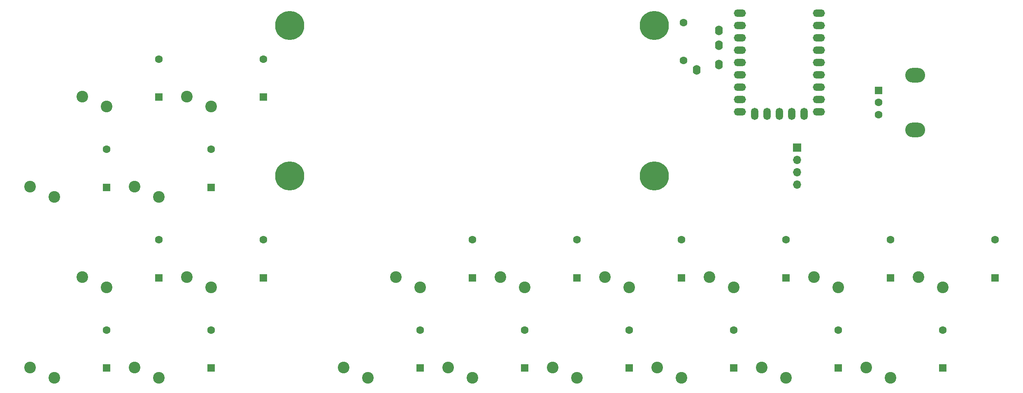
<source format=gbr>
%TF.GenerationSoftware,KiCad,Pcbnew,8.0.5*%
%TF.CreationDate,2024-11-29T19:22:44+02:00*%
%TF.ProjectId,harmi,6861726d-692e-46b6-9963-61645f706362,rev?*%
%TF.SameCoordinates,Original*%
%TF.FileFunction,Copper,L1,Top*%
%TF.FilePolarity,Positive*%
%FSLAX46Y46*%
G04 Gerber Fmt 4.6, Leading zero omitted, Abs format (unit mm)*
G04 Created by KiCad (PCBNEW 8.0.5) date 2024-11-29 19:22:44*
%MOMM*%
%LPD*%
G01*
G04 APERTURE LIST*
G04 Aperture macros list*
%AMRoundRect*
0 Rectangle with rounded corners*
0 $1 Rounding radius*
0 $2 $3 $4 $5 $6 $7 $8 $9 X,Y pos of 4 corners*
0 Add a 4 corners polygon primitive as box body*
4,1,4,$2,$3,$4,$5,$6,$7,$8,$9,$2,$3,0*
0 Add four circle primitives for the rounded corners*
1,1,$1+$1,$2,$3*
1,1,$1+$1,$4,$5*
1,1,$1+$1,$6,$7*
1,1,$1+$1,$8,$9*
0 Add four rect primitives between the rounded corners*
20,1,$1+$1,$2,$3,$4,$5,0*
20,1,$1+$1,$4,$5,$6,$7,0*
20,1,$1+$1,$6,$7,$8,$9,0*
20,1,$1+$1,$8,$9,$2,$3,0*%
G04 Aperture macros list end*
%TA.AperFunction,WasherPad*%
%ADD10C,6.000000*%
%TD*%
%TA.AperFunction,ComponentPad*%
%ADD11C,1.600000*%
%TD*%
%TA.AperFunction,ComponentPad*%
%ADD12R,1.600000X1.600000*%
%TD*%
%TA.AperFunction,ComponentPad*%
%ADD13RoundRect,0.250000X-0.550000X-0.550000X0.550000X-0.550000X0.550000X0.550000X-0.550000X0.550000X0*%
%TD*%
%TA.AperFunction,ComponentPad*%
%ADD14O,4.100000X3.000000*%
%TD*%
%TA.AperFunction,ComponentPad*%
%ADD15O,1.600000X2.000000*%
%TD*%
%TA.AperFunction,ComponentPad*%
%ADD16O,2.500000X1.500000*%
%TD*%
%TA.AperFunction,ComponentPad*%
%ADD17O,1.500000X2.500000*%
%TD*%
%TA.AperFunction,ComponentPad*%
%ADD18C,2.400000*%
%TD*%
%TA.AperFunction,ComponentPad*%
%ADD19O,1.700000X1.700000*%
%TD*%
%TA.AperFunction,ComponentPad*%
%ADD20R,1.700000X1.700000*%
%TD*%
G04 APERTURE END LIST*
D10*
%TO.P,REF\u002A\u002A,*%
%TO.N,*%
X105000000Y-73000000D03*
X105000000Y-104000000D03*
X180000000Y-73000000D03*
X180000000Y-104000000D03*
%TD*%
D11*
%TO.P,R1,2*%
%TO.N,+5V*%
X186000000Y-72450000D03*
%TO.P,R1,1*%
%TO.N,Net-(J2-Pad2)*%
X186000000Y-80250000D03*
%TD*%
%TO.P,D20,2,A*%
%TO.N,r5*%
X239350000Y-135800000D03*
D12*
%TO.P,D20,1,K*%
%TO.N,Net-(D20-K)*%
X239350000Y-143600000D03*
%TD*%
D11*
%TO.P,D19,2,A*%
%TO.N,r5*%
X217850000Y-135800000D03*
D12*
%TO.P,D19,1,K*%
%TO.N,Net-(D19-K)*%
X217850000Y-143600000D03*
%TD*%
D11*
%TO.P,D18,2,A*%
%TO.N,r5*%
X196350000Y-135800000D03*
D12*
%TO.P,D18,1,K*%
%TO.N,Net-(D18-K)*%
X196350000Y-143600000D03*
%TD*%
D11*
%TO.P,D17,2,A*%
%TO.N,r5*%
X174850000Y-135800000D03*
D12*
%TO.P,D17,1,K*%
%TO.N,Net-(D17-K)*%
X174850000Y-143600000D03*
%TD*%
D11*
%TO.P,D16,2,A*%
%TO.N,r4*%
X153350000Y-135800000D03*
D12*
%TO.P,D16,1,K*%
%TO.N,Net-(D16-K)*%
X153350000Y-143600000D03*
%TD*%
D11*
%TO.P,D15,2,A*%
%TO.N,r4*%
X131850000Y-135800000D03*
D12*
%TO.P,D15,1,K*%
%TO.N,Net-(D15-K)*%
X131850000Y-143600000D03*
%TD*%
D11*
%TO.P,D14,2,A*%
%TO.N,r4*%
X250100000Y-117180452D03*
D12*
%TO.P,D14,1,K*%
%TO.N,Net-(D14-K)*%
X250100000Y-124980452D03*
%TD*%
%TO.P,D13,1,K*%
%TO.N,Net-(D13-K)*%
X228600000Y-124980452D03*
D11*
%TO.P,D13,2,A*%
%TO.N,r4*%
X228600000Y-117180452D03*
%TD*%
%TO.P,D12,2,A*%
%TO.N,r3*%
X207100000Y-117180452D03*
D12*
%TO.P,D12,1,K*%
%TO.N,Net-(D12-K)*%
X207100000Y-124980452D03*
%TD*%
D11*
%TO.P,D11,2,A*%
%TO.N,r3*%
X185600000Y-117180452D03*
D12*
%TO.P,D11,1,K*%
%TO.N,Net-(D11-K)*%
X185600000Y-124980452D03*
%TD*%
D11*
%TO.P,D10,2,A*%
%TO.N,r3*%
X164100000Y-117180452D03*
D12*
%TO.P,D10,1,K*%
%TO.N,Net-(D10-K)*%
X164100000Y-124980452D03*
%TD*%
D11*
%TO.P,D9,2,A*%
%TO.N,r3*%
X142600000Y-117180452D03*
D12*
%TO.P,D9,1,K*%
%TO.N,Net-(D9-K)*%
X142600000Y-124980452D03*
%TD*%
D11*
%TO.P,D8,2,A*%
%TO.N,r2*%
X88850000Y-135800000D03*
D12*
%TO.P,D8,1,K*%
%TO.N,Net-(D8-K)*%
X88850000Y-143600000D03*
%TD*%
D11*
%TO.P,D7,2,A*%
%TO.N,r2*%
X67350000Y-135800000D03*
D12*
%TO.P,D7,1,K*%
%TO.N,Net-(D7-K)*%
X67350000Y-143600000D03*
%TD*%
D11*
%TO.P,D6,2,A*%
%TO.N,r2*%
X99600000Y-117180452D03*
D12*
%TO.P,D6,1,K*%
%TO.N,Net-(D6-K)*%
X99600000Y-124980452D03*
%TD*%
D11*
%TO.P,D5,2,A*%
%TO.N,r2*%
X78100000Y-117180452D03*
D12*
%TO.P,D5,1,K*%
%TO.N,Net-(D5-K)*%
X78100000Y-124980452D03*
%TD*%
D11*
%TO.P,D4,2,A*%
%TO.N,r1*%
X88850000Y-98560904D03*
D12*
%TO.P,D4,1,K*%
%TO.N,Net-(D4-K)*%
X88850000Y-106360904D03*
%TD*%
D11*
%TO.P,D3,2,A*%
%TO.N,r1*%
X67350000Y-98560904D03*
D12*
%TO.P,D3,1,K*%
%TO.N,Net-(D3-K)*%
X67350000Y-106360904D03*
%TD*%
D11*
%TO.P,D2,2,A*%
%TO.N,r1*%
X99600000Y-79941356D03*
D12*
%TO.P,D2,1,K*%
%TO.N,Net-(D2-K)*%
X99600000Y-87741356D03*
%TD*%
D11*
%TO.P,D1,2,A*%
%TO.N,r1*%
X78100000Y-79941356D03*
D12*
%TO.P,D1,1,K*%
%TO.N,Net-(D1-K)*%
X78100000Y-87741356D03*
%TD*%
D13*
%TO.P,S21,A,A*%
%TO.N,e1*%
X226180000Y-86400000D03*
D11*
%TO.P,S21,B,B*%
%TO.N,e2*%
X226180000Y-91400000D03*
%TO.P,S21,C,C*%
%TO.N,GND*%
X226180000Y-88900000D03*
D14*
%TO.P,S21,SH*%
%TO.N,N/C*%
X233680000Y-83300000D03*
X233680000Y-94500000D03*
%TD*%
D15*
%TO.P,J2,1*%
%TO.N,GND*%
X188700000Y-82187500D03*
%TO.P,J2,2*%
%TO.N,Net-(J2-Pad2)*%
X193300000Y-81087500D03*
%TO.P,J2,4*%
%TO.N,unconnected-(J2-Pad4)*%
X193300000Y-74087500D03*
%TO.P,J2,3*%
%TO.N,midi out*%
X193300000Y-77087500D03*
%TD*%
D16*
%TO.P,U1,23,5V*%
%TO.N,+5V*%
X197620000Y-70460000D03*
%TO.P,U1,22,GND*%
%TO.N,GND*%
X197620000Y-73000000D03*
%TO.P,U1,21,3V3*%
%TO.N,+3.3V*%
X197620000Y-75540000D03*
%TO.P,U1,20,29*%
%TO.N,unconnected-(U1-29-Pad20)*%
X197620000Y-78080000D03*
%TO.P,U1,19,28*%
%TO.N,unconnected-(U1-28-Pad19)*%
X197620000Y-80620000D03*
%TO.P,U1,18,27*%
%TO.N,unconnected-(U1-27-Pad18)*%
X197620000Y-83160000D03*
%TO.P,U1,17,26*%
%TO.N,unconnected-(U1-26-Pad17)*%
X197620000Y-85700000D03*
%TO.P,U1,16,15*%
%TO.N,unconnected-(U1-15-Pad16)*%
X197620000Y-88240000D03*
%TO.P,U1,15,14*%
%TO.N,unconnected-(U1-14-Pad15)*%
X197620000Y-90780000D03*
D17*
%TO.P,U1,14,13*%
%TO.N,midi out*%
X200660000Y-91280000D03*
%TO.P,U1,13,12*%
%TO.N,r5*%
X203200000Y-91280000D03*
%TO.P,U1,12,11*%
%TO.N,r4*%
X205740000Y-91280000D03*
%TO.P,U1,11,10*%
%TO.N,r3*%
X208280000Y-91280000D03*
%TO.P,U1,10,9*%
%TO.N,r2*%
X210820000Y-91280000D03*
D16*
%TO.P,U1,9,8*%
%TO.N,r1*%
X213860000Y-90780000D03*
%TO.P,U1,8,7*%
%TO.N,e2*%
X213860000Y-88240000D03*
%TO.P,U1,7,6*%
%TO.N,e1*%
X213860000Y-85700000D03*
%TO.P,U1,6,5*%
%TO.N,scl*%
X213860000Y-83160000D03*
%TO.P,U1,5,4*%
%TO.N,sda*%
X213860000Y-80620000D03*
%TO.P,U1,4,3*%
%TO.N,c4*%
X213860000Y-78080000D03*
%TO.P,U1,3,2*%
%TO.N,c3*%
X213860000Y-75540000D03*
%TO.P,U1,2,1*%
%TO.N,c2*%
X213860000Y-73000000D03*
%TO.P,U1,1,0*%
%TO.N,c1*%
X213860000Y-70460000D03*
%TD*%
D18*
%TO.P,S20,2*%
%TO.N,Net-(D20-K)*%
X228600000Y-145600000D03*
%TO.P,S20,1*%
%TO.N,c4*%
X223600000Y-143500000D03*
%TD*%
%TO.P,S19,1*%
%TO.N,c3*%
X202100000Y-143500000D03*
%TO.P,S19,2*%
%TO.N,Net-(D19-K)*%
X207100000Y-145600000D03*
%TD*%
%TO.P,S18,1*%
%TO.N,c2*%
X180600000Y-143500000D03*
%TO.P,S18,2*%
%TO.N,Net-(D18-K)*%
X185600000Y-145600000D03*
%TD*%
%TO.P,S17,1*%
%TO.N,c1*%
X159100000Y-143500000D03*
%TO.P,S17,2*%
%TO.N,Net-(D17-K)*%
X164100000Y-145600000D03*
%TD*%
%TO.P,S16,1*%
%TO.N,c4*%
X137600000Y-143500000D03*
%TO.P,S16,2*%
%TO.N,Net-(D16-K)*%
X142600000Y-145600000D03*
%TD*%
%TO.P,S15,1*%
%TO.N,c3*%
X116100000Y-143500000D03*
%TO.P,S15,2*%
%TO.N,Net-(D15-K)*%
X121100000Y-145600000D03*
%TD*%
%TO.P,S14,1*%
%TO.N,c2*%
X234350000Y-124880452D03*
%TO.P,S14,2*%
%TO.N,Net-(D14-K)*%
X239350000Y-126980452D03*
%TD*%
%TO.P,S13,1*%
%TO.N,c1*%
X212850000Y-124880452D03*
%TO.P,S13,2*%
%TO.N,Net-(D13-K)*%
X217850000Y-126980452D03*
%TD*%
%TO.P,S12,1*%
%TO.N,c4*%
X191350000Y-124880452D03*
%TO.P,S12,2*%
%TO.N,Net-(D12-K)*%
X196350000Y-126980452D03*
%TD*%
%TO.P,S11,1*%
%TO.N,c3*%
X169850000Y-124880452D03*
%TO.P,S11,2*%
%TO.N,Net-(D11-K)*%
X174850000Y-126980452D03*
%TD*%
%TO.P,S10,1*%
%TO.N,c2*%
X148350000Y-124880452D03*
%TO.P,S10,2*%
%TO.N,Net-(D10-K)*%
X153350000Y-126980452D03*
%TD*%
%TO.P,S9,1*%
%TO.N,c1*%
X126850000Y-124880452D03*
%TO.P,S9,2*%
%TO.N,Net-(D9-K)*%
X131850000Y-126980452D03*
%TD*%
%TO.P,S8,1*%
%TO.N,c4*%
X73100000Y-143500000D03*
%TO.P,S8,2*%
%TO.N,Net-(D8-K)*%
X78100000Y-145600000D03*
%TD*%
%TO.P,S7,1*%
%TO.N,c3*%
X51600000Y-143500000D03*
%TO.P,S7,2*%
%TO.N,Net-(D7-K)*%
X56600000Y-145600000D03*
%TD*%
%TO.P,S6,1*%
%TO.N,c2*%
X83850000Y-124880452D03*
%TO.P,S6,2*%
%TO.N,Net-(D6-K)*%
X88850000Y-126980452D03*
%TD*%
%TO.P,S5,1*%
%TO.N,c1*%
X62350000Y-124880452D03*
%TO.P,S5,2*%
%TO.N,Net-(D5-K)*%
X67350000Y-126980452D03*
%TD*%
%TO.P,S4,1*%
%TO.N,c4*%
X73100000Y-106260904D03*
%TO.P,S4,2*%
%TO.N,Net-(D4-K)*%
X78100000Y-108360904D03*
%TD*%
%TO.P,S3,1*%
%TO.N,c3*%
X51600000Y-106260904D03*
%TO.P,S3,2*%
%TO.N,Net-(D3-K)*%
X56600000Y-108360904D03*
%TD*%
%TO.P,S2,1*%
%TO.N,c2*%
X83850000Y-87641356D03*
%TO.P,S2,2*%
%TO.N,Net-(D2-K)*%
X88850000Y-89741356D03*
%TD*%
%TO.P,S1,1*%
%TO.N,c1*%
X62350000Y-87641356D03*
%TO.P,S1,2*%
%TO.N,Net-(D1-K)*%
X67350000Y-89741356D03*
%TD*%
D19*
%TO.P,J1,4,Pin_4*%
%TO.N,GND*%
X209375000Y-105820000D03*
%TO.P,J1,3,Pin_3*%
%TO.N,+5V*%
X209375000Y-103280000D03*
%TO.P,J1,2,Pin_2*%
%TO.N,sda*%
X209375000Y-100740000D03*
D20*
%TO.P,J1,1,Pin_1*%
%TO.N,scl*%
X209375000Y-98200000D03*
%TD*%
M02*

</source>
